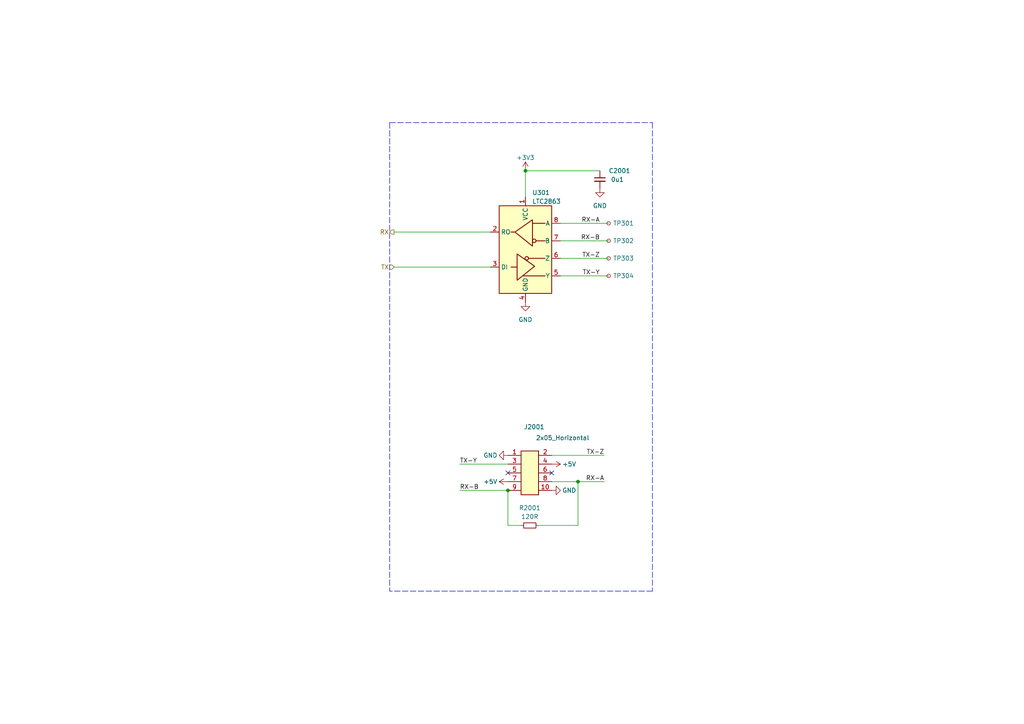
<source format=kicad_sch>
(kicad_sch (version 20231120) (generator "eeschema") (generator_version "8.0")
  (paper "A4")
  (title_block (title "V2 Plug") (date "2023-01-15") (rev "2") (company "RS-422"))
  (lib_symbols
    (symbol "Connector:TestPoint_Small" (pin_numbers hide) (pin_names (offset 0.762) hide)
      (property "Reference" "TP" (at 0 3.81 0))
      (property "Value" "TestPoint_Small" (at 0 2.032 0))
      (symbol "TestPoint_Small_0_1"
        (circle (center 0 0) (radius 0.508))
      )
      (symbol "TestPoint_Small_1_1"
        (pin passive line (at 0 0 90) (length 0) (name "1") (number "1"))
      )
    )
    (symbol "Device:C_Small" (pin_numbers hide) (pin_names (offset 0.254) hide)
      (property "Reference" "C" (at 0.254 1.778 0))
      (property "Value" "C_Small" (at 0.254 -2.032 0))
      (symbol "C_Small_0_1"
        (polyline (pts (xy -1.524 -0.508) (xy 1.524 -0.508)) (stroke (width 0.3302)))
        (polyline (pts (xy -1.524 0.508) (xy 1.524 0.508)) (stroke (width 0.3048)))
      )
      (symbol "C_Small_1_1"
        (pin passive line (at 0 2.54 270) (length 2.032) (name "~") (number "1"))
        (pin passive line (at 0 -2.54 90) (length 2.032) (name "~") (number "2"))
      )
    )
    (symbol "Device:R_Small" (pin_numbers hide) (pin_names (offset 0.254) hide)
      (property "Reference" "R" (at 0.762 0.508 0))
      (property "Value" "R_Small" (at 0.762 -1.016 0))
      (symbol "R_Small_0_1"
        (rectangle (start -0.762 1.778) (end 0.762 -1.778) (stroke (width 0.2032)))
      )
      (symbol "R_Small_1_1"
        (pin passive line (at 0 2.54 270) (length 0.762) (name "~") (number "1"))
        (pin passive line (at 0 -2.54 90) (length 0.762) (name "~") (number "2"))
      )
    )
    (symbol "V2_Connector_Header_1.27mm:2x05_Horizontal" (pin_names hide)
      (property "Reference" "J" (at 0 12.7 0))
      (property "Value" "2x05_Horizontal" (at 1.27 10.16 0))
      (symbol "2x05_Horizontal_1_1"
        (rectangle (start -2.54 6.35) (end 2.54 -6.35) (stroke (width 0.254)) (fill (type background)))
        (pin passive line (at -6.35 5.08 0) (length 3.81) (name "Pin_1") (number "1"))
        (pin passive line (at 6.35 -5.08 180) (length 3.81) (name "Pin_10") (number "10"))
        (pin passive line (at 6.35 5.08 180) (length 3.81) (name "Pin_2") (number "2"))
        (pin passive line (at -6.35 2.54 0) (length 3.81) (name "Pin_3") (number "3"))
        (pin passive line (at 6.35 2.54 180) (length 3.81) (name "Pin_4") (number "4"))
        (pin passive line (at -6.35 0 0) (length 3.81) (name "Pin_5") (number "5"))
        (pin passive line (at 6.35 0 180) (length 3.81) (name "Pin_6") (number "6"))
        (pin passive line (at -6.35 -2.54 0) (length 3.81) (name "Pin_7") (number "7"))
        (pin passive line (at 6.35 -2.54 180) (length 3.81) (name "Pin_8") (number "8"))
        (pin passive line (at -6.35 -5.08 0) (length 3.81) (name "Pin_9") (number "9"))
      )
    )
    (symbol "V2_Interface_UART:LTC2863"
      (property "Reference" "U" (at 3.175 17.78 0))
      (property "Value" "LTC2863" (at 11.43 15.24 0))
      (symbol "LTC2863_0_1"
        (rectangle (start -7.62 12.7) (end 7.62 -12.7) (stroke (width 0.254)) (fill (type background)))
      )
      (symbol "LTC2863_1_1"
        (polyline (pts (xy -2.54 -5.08) (xy -4.191 -5.08)) (stroke (width 0.254)))
        (polyline (pts (xy -0.635 -7.62) (xy 5.715 -7.62)) (stroke (width 0.254)))
        (polyline (pts (xy 0.889 -2.54) (xy 5.715 -2.54)) (stroke (width 0.254)))
        (polyline (pts (xy 2.032 7.62) (xy 5.715 7.62)) (stroke (width 0.254)))
        (polyline (pts (xy 3.048 2.54) (xy 5.715 2.54)) (stroke (width 0.254)))
        (polyline (pts (xy -3.175 5.08) (xy -4.191 5.08) (xy -4.064 5.08)) (stroke (width 0.254)))
        (polyline (pts (xy -2.413 -5.08) (xy -2.413 -1.27) (xy 2.667 -4.826) (xy -2.413 -8.89) (xy -2.413 -5.08)) (stroke (width 0.254)))
        (polyline (pts (xy 2.032 4.826) (xy 2.032 8.636) (xy -3.048 5.08) (xy 2.032 1.016) (xy 2.032 4.826)) (stroke (width 0.254)))
        (circle (center 0.381 -2.54) (radius 0.508) (stroke (width 0.254)))
        (circle (center 2.54 2.54) (radius 0.508) (stroke (width 0.254)))
        (pin power_in line (at 0 15.24 270) (length 2.54) (name "VCC") (number "1"))
        (pin output line (at -10.16 5.08 0) (length 2.54) (name "RO") (number "2"))
        (pin input line (at -10.16 -5.08 0) (length 2.54) (name "DI") (number "3"))
        (pin power_in line (at 0 -15.24 90) (length 2.54) (name "GND") (number "4"))
        (pin output line (at 10.16 -7.62 180) (length 2.54) (name "Y") (number "5"))
        (pin output line (at 10.16 -2.54 180) (length 2.54) (name "Z") (number "6"))
        (pin input line (at 10.16 2.54 180) (length 2.54) (name "B") (number "7"))
        (pin input line (at 10.16 7.62 180) (length 2.54) (name "A") (number "8"))
        (pin passive line (at 0 -15.24 90) (length 2.54) hide (name "GND") (number "9"))
      )
    )
    (symbol "power:+3V3" (power) (pin_names (offset 0))
      (property "Value" "+3V3" (at 0 3.556 0))
      (symbol "+3V3_0_1"
        (polyline (pts (xy -0.762 1.27) (xy 0 2.54)))
        (polyline (pts (xy 0 0) (xy 0 2.54)))
        (polyline (pts (xy 0 2.54) (xy 0.762 1.27)))
      )
      (symbol "+3V3_1_1"
        (pin power_in line (at 0 0 90) (length 0) hide (name "+3V3") (number "1"))
      )
    )
    (symbol "power:+5V" (power) (pin_names (offset 0))
      (property "Value" "+5V" (at 0 3.556 0))
      (symbol "+5V_0_1"
        (polyline (pts (xy -0.762 1.27) (xy 0 2.54)))
        (polyline (pts (xy 0 0) (xy 0 2.54)))
        (polyline (pts (xy 0 2.54) (xy 0.762 1.27)))
      )
      (symbol "+5V_1_1"
        (pin power_in line (at 0 0 90) (length 0) hide (name "+5V") (number "1"))
      )
    )
    (symbol "power:GND" (power) (pin_names (offset 0))
      (property "Value" "GND" (at 0 -3.81 0))
      (symbol "GND_0_1"
        (polyline (pts (xy 0 0) (xy 0 -1.27) (xy 1.27 -1.27) (xy 0 -2.54) (xy -1.27 -1.27) (xy 0 -1.27)))
      )
      (symbol "GND_1_1"
        (pin power_in line (at 0 0 270) (length 0) hide (name "GND") (number "1"))
      )
    )
  )
  (junction (at 152.4 49.53))
  (junction (at 147.32 142.24))
  (junction (at 167.64 139.7))
  (no_connect (at 147.32 137.16))
  (no_connect (at 160.02 137.16))
  (wire (pts (xy 167.64 139.7) (xy 167.64 152.4)))
  (wire (pts (xy 167.64 139.7) (xy 175.26 139.7)))
  (wire (pts (xy 152.4 49.53) (xy 173.99 49.53)))
  (wire (pts (xy 147.32 142.24) (xy 133.35 142.24)))
  (wire (pts (xy 156.21 152.4) (xy 167.64 152.4)))
  (wire (pts (xy 147.32 152.4) (xy 151.13 152.4)))
  (polyline (pts (xy 113.03 35.56) (xy 113.03 171.45)) (stroke (width 0) (type dash)))
  (wire (pts (xy 147.32 152.4) (xy 147.32 142.24)))
  (polyline (pts (xy 113.03 35.56) (xy 189.23 35.56)) (stroke (width 0) (type dash)))
  (wire (pts (xy 114.3 67.31) (xy 142.24 67.31)))
  (wire (pts (xy 162.56 80.01) (xy 176.53 80.01)))
  (wire (pts (xy 162.56 69.85) (xy 176.53 69.85)))
  (wire (pts (xy 160.02 132.08) (xy 175.26 132.08)))
  (wire (pts (xy 162.56 74.93) (xy 176.53 74.93)))
  (wire (pts (xy 152.4 49.53) (xy 152.4 57.15)))
  (polyline (pts (xy 189.23 35.56) (xy 189.23 171.45)) (stroke (width 0) (type dash)))
  (wire (pts (xy 147.32 134.62) (xy 133.35 134.62)))
  (wire (pts (xy 162.56 64.77) (xy 176.53 64.77)))
  (polyline (pts (xy 189.23 171.45) (xy 113.03 171.45)) (stroke (width 0) (type dash)))
  (wire (pts (xy 160.02 139.7) (xy 167.64 139.7)))
  (wire (pts (xy 114.3 77.47) (xy 142.24 77.47)))
  (label "RX-B" (at 133.35 142.24 0))
  (label "TX-Y" (at 173.99 80.01 180))
  (label "TX-Z" (at 175.26 132.08 180))
  (label "RX-A" (at 175.26 139.7 180))
  (label "RX-A" (at 173.99 64.77 180))
  (label "RX-B" (at 173.99 69.85 180))
  (label "TX-Z" (at 173.99 74.93 180))
  (label "TX-Y" (at 133.35 134.62 0))
  (hierarchical_label "TX" (shape input) (at 114.3 77.47 180))
  (hierarchical_label "RX" (shape output) (at 114.3 67.31 180))
  (symbol (lib_id "power:+3V3") (at 152.4 49.53 0) (unit 1)
    (property "Reference" "#PWR02003" (effects (hide yes)))
    (property "Value" "+3V3" (at 152.4 45.72 0))
  )
  (symbol (lib_id "Connector:TestPoint_Small") (at 176.53 69.85 0) (unit 1)
    (property "Reference" "TP302" (at 177.8 69.85 0) (effects (justify left)))
    (property "Value" "TestPoint_Small" (effects (hide yes)))
    (property "Footprint" "V2_TestPoint:TestPoint_THTPad_D1.0mm_Drill0.5mm" (effects (hide yes)))
  )
  (symbol (lib_id "V2_Interface_UART:LTC2863") (at 152.4 72.39 0) (unit 1)
    (property "Reference" "U301" (at 154.3559 55.88 0) (effects (justify left)))
    (property "Value" "LTC2863" (at 154.3559 58.42 0) (effects (justify left)))
    (property "Footprint" "V2_Package_DFN_QFN:DFN-8-1EP_3x3mm_P0.5mm_EP1.65x2.38mm" (effects (hide yes)))
  )
  (symbol (lib_id "power:GND") (at 147.32 132.08 270) (unit 1)
    (property "Reference" "#PWR0301" (effects (hide yes)))
    (property "Value" "GND" (at 142.24 132.0799 90))
  )
  (symbol (lib_id "Connector:TestPoint_Small") (at 176.53 80.01 0) (unit 1)
    (property "Reference" "TP304" (at 177.8 80.01 0) (effects (justify left)))
    (property "Value" "TestPoint_Small" (effects (hide yes)))
    (property "Footprint" "V2_TestPoint:TestPoint_THTPad_D1.0mm_Drill0.5mm" (effects (hide yes)))
  )
  (symbol (lib_id "power:GND") (at 152.4 87.63 0) (unit 1)
    (property "Reference" "#PWR02004" (effects (hide yes)))
    (property "Value" "GND" (at 152.4 92.71 0))
  )
  (symbol (lib_id "power:GND") (at 173.99 54.61 0) (unit 1)
    (property "Reference" "#PWR02007" (effects (hide yes)))
    (property "Value" "GND" (at 173.99 59.69 0))
  )
  (symbol (lib_id "Device:R_Small") (at 153.67 152.4 90) (unit 1)
    (property "Reference" "R2001" (at 153.67 147.32 90))
    (property "Value" "120R" (at 153.67 149.86 90))
    (property "Footprint" "Resistor_SMD:R_0603_1608Metric" (effects (hide yes)))
  )
  (symbol (lib_id "V2_Connector_Header_1.27mm:2x05_Horizontal") (at 153.67 137.16 0) (unit 1) (exclude_from_sim yes)
    (property "Reference" "J2001" (at 154.94 123.825 0))
    (property "Value" "2x05_Horizontal" (at 163.195 127 0))
    (property "Footprint" "V2_Connector_Header_1.27mm:PinHeader_2x05_P1.27mm_Horizontal" (effects (hide yes)))
  )
  (symbol (lib_id "power:GND") (at 160.02 142.24 90) (unit 1)
    (property "Reference" "#PWR0302" (effects (hide yes)))
    (property "Value" "GND" (at 165.1 142.24 90))
  )
  (symbol (lib_id "Connector:TestPoint_Small") (at 176.53 64.77 0) (unit 1)
    (property "Reference" "TP301" (at 177.8 64.77 0) (effects (justify left)))
    (property "Value" "TestPoint_Small" (effects (hide yes)))
    (property "Footprint" "V2_TestPoint:TestPoint_THTPad_D1.0mm_Drill0.5mm" (effects (hide yes)))
  )
  (symbol (lib_id "Device:C_Small") (at 173.99 52.07 0) (unit 1)
    (property "Reference" "C2001" (at 176.53 49.5362 0) (effects (justify left)))
    (property "Value" "0u1" (at 179.07 52.0762 0))
    (property "Footprint" "Capacitor_SMD:C_0603_1608Metric" (effects (hide yes)))
  )
  (symbol (lib_id "Connector:TestPoint_Small") (at 176.53 74.93 0) (unit 1)
    (property "Reference" "TP303" (at 177.8 74.93 0) (effects (justify left)))
    (property "Value" "TestPoint_Small" (effects (hide yes)))
    (property "Footprint" "V2_TestPoint:TestPoint_THTPad_D1.0mm_Drill0.5mm" (effects (hide yes)))
  )
  (symbol (lib_id "power:+5V") (at 147.32 139.7 90) (unit 1)
    (property "Reference" "#PWR02002" (effects (hide yes)))
    (property "Value" "+5V" (at 142.24 139.7 90))
  )
  (symbol (lib_id "power:+5V") (at 160.02 134.62 270) (unit 1)
    (property "Reference" "#PWR02005" (effects (hide yes)))
    (property "Value" "+5V" (at 165.1 134.62 90))
  )
)
</source>
